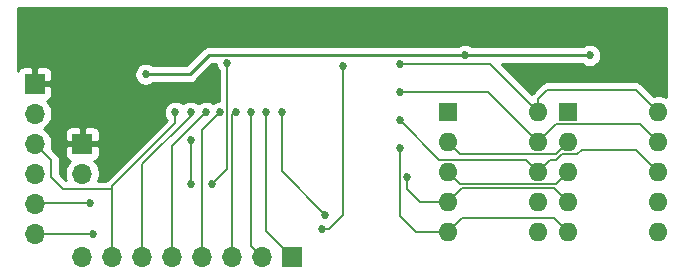
<source format=gbr>
%TF.GenerationSoftware,KiCad,Pcbnew,5.1.9-73d0e3b20d~88~ubuntu20.04.1*%
%TF.CreationDate,2021-03-07T16:38:01-05:00*%
%TF.ProjectId,hexdisplay8,68657864-6973-4706-9c61-79382e6b6963,rev?*%
%TF.SameCoordinates,Original*%
%TF.FileFunction,Copper,L2,Bot*%
%TF.FilePolarity,Positive*%
%FSLAX46Y46*%
G04 Gerber Fmt 4.6, Leading zero omitted, Abs format (unit mm)*
G04 Created by KiCad (PCBNEW 5.1.9-73d0e3b20d~88~ubuntu20.04.1) date 2021-03-07 16:38:01*
%MOMM*%
%LPD*%
G01*
G04 APERTURE LIST*
%TA.AperFunction,ComponentPad*%
%ADD10O,1.600000X1.600000*%
%TD*%
%TA.AperFunction,ComponentPad*%
%ADD11R,1.600000X1.600000*%
%TD*%
%TA.AperFunction,ComponentPad*%
%ADD12R,1.700000X1.700000*%
%TD*%
%TA.AperFunction,ComponentPad*%
%ADD13O,1.700000X1.700000*%
%TD*%
%TA.AperFunction,ViaPad*%
%ADD14C,0.685800*%
%TD*%
%TA.AperFunction,Conductor*%
%ADD15C,0.254000*%
%TD*%
%TA.AperFunction,Conductor*%
%ADD16C,0.152400*%
%TD*%
%TA.AperFunction,Conductor*%
%ADD17C,0.100000*%
%TD*%
G04 APERTURE END LIST*
D10*
%TO.P,J1,10*%
%TO.N,/A*%
X180820000Y-107700000D03*
%TO.P,J1,5*%
%TO.N,/D*%
X173200000Y-117860000D03*
%TO.P,J1,9*%
%TO.N,/B*%
X180820000Y-110240000D03*
%TO.P,J1,4*%
%TO.N,/E*%
X173200000Y-115320000D03*
%TO.P,J1,8*%
%TO.N,/C*%
X180820000Y-112780000D03*
%TO.P,J1,3*%
%TO.N,/G*%
X173200000Y-112780000D03*
%TO.P,J1,7*%
%TO.N,Net-(J1-Pad7)*%
X180820000Y-115320000D03*
%TO.P,J1,2*%
%TO.N,/F*%
X173200000Y-110240000D03*
%TO.P,J1,6*%
%TO.N,/CA2*%
X180820000Y-117860000D03*
D11*
%TO.P,J1,1*%
X173200000Y-107700000D03*
%TD*%
%TO.P,J2,1*%
%TO.N,/CA1*%
X183360000Y-107700000D03*
D10*
%TO.P,J2,6*%
X190980000Y-117860000D03*
%TO.P,J2,2*%
%TO.N,/F*%
X183360000Y-110240000D03*
%TO.P,J2,7*%
%TO.N,Net-(J2-Pad7)*%
X190980000Y-115320000D03*
%TO.P,J2,3*%
%TO.N,/G*%
X183360000Y-112780000D03*
%TO.P,J2,8*%
%TO.N,/C*%
X190980000Y-112780000D03*
%TO.P,J2,4*%
%TO.N,/E*%
X183360000Y-115320000D03*
%TO.P,J2,9*%
%TO.N,/B*%
X190980000Y-110240000D03*
%TO.P,J2,5*%
%TO.N,/D*%
X183360000Y-117860000D03*
%TO.P,J2,10*%
%TO.N,/A*%
X190980000Y-107700000D03*
%TD*%
D12*
%TO.P,J3,1*%
%TO.N,GND*%
X142220000Y-110360000D03*
D13*
%TO.P,J3,2*%
%TO.N,VCC*%
X142220000Y-112900000D03*
%TD*%
D12*
%TO.P,J4,1*%
%TO.N,/D0*%
X160000000Y-120000000D03*
D13*
%TO.P,J4,2*%
%TO.N,/D1*%
X157460000Y-120000000D03*
%TO.P,J4,3*%
%TO.N,/D2*%
X154920000Y-120000000D03*
%TO.P,J4,4*%
%TO.N,/D3*%
X152380000Y-120000000D03*
%TO.P,J4,5*%
%TO.N,/D4*%
X149840000Y-120000000D03*
%TO.P,J4,6*%
%TO.N,/D5*%
X147300000Y-120000000D03*
%TO.P,J4,7*%
%TO.N,/D6*%
X144760000Y-120000000D03*
%TO.P,J4,8*%
%TO.N,/D7*%
X142220000Y-120000000D03*
%TD*%
D12*
%TO.P,J5,1*%
%TO.N,GND*%
X138200000Y-105280000D03*
D13*
%TO.P,J5,2*%
%TO.N,VCC*%
X138200000Y-107820000D03*
%TO.P,J5,3*%
%TO.N,/D6*%
X138200000Y-110360000D03*
%TO.P,J5,4*%
%TO.N,/D7*%
X138200000Y-112900000D03*
%TO.P,J5,5*%
%TO.N,/~RESET*%
X138200000Y-115440000D03*
%TO.P,J5,6*%
%TO.N,/D5*%
X138200000Y-117980000D03*
%TD*%
D14*
%TO.N,GND*%
X143700000Y-110400000D03*
X144400000Y-105300000D03*
X145804112Y-111204112D03*
%TO.N,/A*%
X169100000Y-103600000D03*
%TO.N,/D*%
X169100000Y-110700000D03*
%TO.N,/B*%
X169100000Y-106000000D03*
%TO.N,/E*%
X169700000Y-113200000D03*
%TO.N,/C*%
X169100000Y-108400000D03*
%TO.N,/D0*%
X157800000Y-107700000D03*
%TO.N,/D1*%
X156500000Y-107700000D03*
%TO.N,/D2*%
X155200000Y-107700000D03*
%TO.N,/D3*%
X153900000Y-107700000D03*
%TO.N,/D4*%
X152700000Y-107700000D03*
%TO.N,/D5*%
X151400000Y-107700000D03*
X143100000Y-118000000D03*
%TO.N,/D6*%
X150100000Y-107700000D03*
%TO.N,/~RESET*%
X142900000Y-115400000D03*
%TO.N,Net-(R1-Pad2)*%
X162500000Y-117600000D03*
X164300000Y-103800000D03*
%TO.N,Net-(R7-Pad2)*%
X162800000Y-116400000D03*
X159100000Y-107700000D03*
%TO.N,Net-(R8-Pad2)*%
X151400000Y-113800000D03*
X151400000Y-110100000D03*
%TO.N,Net-(R9-Pad2)*%
X153200000Y-113800000D03*
X154500000Y-103500000D03*
%TO.N,VCC*%
X147600000Y-104500000D03*
X185200000Y-102900000D03*
X174622301Y-102877699D03*
%TD*%
D15*
%TO.N,GND*%
X143700000Y-110400000D02*
X144400000Y-109700000D01*
X144400000Y-109700000D02*
X144400000Y-105300000D01*
X145804112Y-111204112D02*
X145000000Y-110400000D01*
X145000000Y-110400000D02*
X143700000Y-110400000D01*
D16*
%TO.N,/A*%
X180820000Y-107700000D02*
X180820000Y-106580000D01*
X180820000Y-106580000D02*
X181600000Y-105800000D01*
X189080000Y-105800000D02*
X190980000Y-107700000D01*
X181600000Y-105800000D02*
X189080000Y-105800000D01*
X177400000Y-104280000D02*
X180820000Y-107700000D01*
X177400000Y-104280000D02*
X177380000Y-104280000D01*
X176700000Y-103600000D02*
X169100000Y-103600000D01*
X177380000Y-104280000D02*
X176700000Y-103600000D01*
%TO.N,/D*%
X173200000Y-117860000D02*
X174360000Y-116700000D01*
X182200000Y-116700000D02*
X183360000Y-117860000D01*
X174360000Y-116700000D02*
X182200000Y-116700000D01*
X169100000Y-116500000D02*
X170460000Y-117860000D01*
X170460000Y-117860000D02*
X173200000Y-117860000D01*
X169100000Y-110700000D02*
X169100000Y-116500000D01*
%TO.N,/B*%
X176580000Y-106000000D02*
X180820000Y-110240000D01*
X169100000Y-106000000D02*
X176580000Y-106000000D01*
X189468601Y-108728601D02*
X190980000Y-110240000D01*
X182331399Y-108728601D02*
X189468601Y-108728601D01*
X180820000Y-110240000D02*
X182331399Y-108728601D01*
%TO.N,/E*%
X182153411Y-114113411D02*
X183360000Y-115320000D01*
X174406589Y-114113411D02*
X182153411Y-114113411D01*
X173200000Y-115320000D02*
X174406589Y-114113411D01*
X169700000Y-113200000D02*
X169700000Y-114200000D01*
X170820000Y-115320000D02*
X173200000Y-115320000D01*
X169700000Y-114200000D02*
X170820000Y-115320000D01*
%TO.N,/C*%
X181848601Y-111751399D02*
X182348601Y-111751399D01*
X180820000Y-112780000D02*
X181848601Y-111751399D01*
X182848835Y-111251165D02*
X182866271Y-111268601D01*
X182348601Y-111751399D02*
X182848835Y-111251165D01*
X182866271Y-111268601D02*
X184131399Y-111268601D01*
X184131399Y-111268601D02*
X184500000Y-110900000D01*
X189100000Y-110900000D02*
X190980000Y-112780000D01*
X184500000Y-110900000D02*
X189100000Y-110900000D01*
X172451399Y-111751399D02*
X169100000Y-108400000D01*
X179791399Y-111751399D02*
X172451399Y-111751399D01*
X180820000Y-112780000D02*
X179791399Y-111751399D01*
%TO.N,/G*%
X174228601Y-113808601D02*
X173200000Y-112780000D01*
X182331399Y-113808601D02*
X174228601Y-113808601D01*
X183360000Y-112780000D02*
X182331399Y-113808601D01*
%TO.N,/F*%
X182331399Y-111268601D02*
X183360000Y-110240000D01*
X174228601Y-111268601D02*
X182331399Y-111268601D01*
X173200000Y-110240000D02*
X174228601Y-111268601D01*
%TO.N,/D0*%
X157800000Y-117800000D02*
X160000000Y-120000000D01*
X157800000Y-107700000D02*
X157800000Y-117800000D01*
%TO.N,/D1*%
X156500000Y-119040000D02*
X157460000Y-120000000D01*
X156500000Y-107700000D02*
X156500000Y-119040000D01*
%TO.N,/D2*%
X155200000Y-107700000D02*
X155100000Y-107700000D01*
X155100000Y-107700000D02*
X154900000Y-107900000D01*
X154900000Y-119980000D02*
X154920000Y-120000000D01*
X154900000Y-107900000D02*
X154900000Y-119980000D01*
%TO.N,/D3*%
X152380000Y-109220000D02*
X152380000Y-120000000D01*
X153900000Y-107700000D02*
X152380000Y-109220000D01*
%TO.N,/D4*%
X149840000Y-110560000D02*
X149840000Y-120000000D01*
X152700000Y-107700000D02*
X149840000Y-110560000D01*
%TO.N,/D5*%
X151400000Y-107700000D02*
X151400000Y-108000000D01*
X151400000Y-108000000D02*
X147300000Y-112100000D01*
X147300000Y-112100000D02*
X147300000Y-120000000D01*
X138220000Y-118000000D02*
X138200000Y-117980000D01*
X143100000Y-118000000D02*
X138220000Y-118000000D01*
%TO.N,/D6*%
X150100000Y-107700000D02*
X150100000Y-108600000D01*
X150100000Y-108600000D02*
X144760000Y-113940000D01*
X138200000Y-110360000D02*
X138200000Y-110476330D01*
X144720000Y-114200000D02*
X144760000Y-114240000D01*
X144760000Y-114240000D02*
X144760000Y-120000000D01*
X144760000Y-113940000D02*
X144760000Y-114240000D01*
X138200000Y-110360000D02*
X139600000Y-111760000D01*
X139600000Y-111760000D02*
X139600000Y-113200000D01*
X140600000Y-114200000D02*
X142000000Y-114200000D01*
X139600000Y-113200000D02*
X140600000Y-114200000D01*
X142000000Y-114200000D02*
X144720000Y-114200000D01*
X141923670Y-114200000D02*
X142000000Y-114200000D01*
%TO.N,/~RESET*%
X138240000Y-115400000D02*
X138200000Y-115440000D01*
X142900000Y-115400000D02*
X138240000Y-115400000D01*
%TO.N,Net-(R1-Pad2)*%
X162500000Y-117600000D02*
X163100000Y-117600000D01*
X163100000Y-117600000D02*
X164300000Y-116400000D01*
X164300000Y-116400000D02*
X164300000Y-103800000D01*
%TO.N,Net-(R7-Pad2)*%
X162800000Y-116400000D02*
X159100000Y-112700000D01*
X159100000Y-112700000D02*
X159100000Y-107700000D01*
%TO.N,Net-(R8-Pad2)*%
X151400000Y-113800000D02*
X151400000Y-110100000D01*
%TO.N,Net-(R9-Pad2)*%
X154500000Y-112500000D02*
X154500000Y-103500000D01*
X153200000Y-113800000D02*
X154500000Y-112500000D01*
D15*
%TO.N,VCC*%
X147600000Y-104500000D02*
X151300000Y-104500000D01*
X185177699Y-102877699D02*
X185200000Y-102900000D01*
X151300000Y-104500000D02*
X152922301Y-102877699D01*
X174622301Y-102877699D02*
X185177699Y-102877699D01*
X152922301Y-102877699D02*
X174622301Y-102877699D01*
%TD*%
%TO.N,GND*%
X191640000Y-99867581D02*
X191640000Y-100232418D01*
X191640001Y-100232428D01*
X191640001Y-106420149D01*
X191398574Y-106320147D01*
X191121335Y-106265000D01*
X190838665Y-106265000D01*
X190598550Y-106312762D01*
X189607602Y-105321815D01*
X189585327Y-105294673D01*
X189477033Y-105205798D01*
X189353481Y-105139758D01*
X189219420Y-105099091D01*
X189114936Y-105088800D01*
X189114926Y-105088800D01*
X189080000Y-105085360D01*
X189045074Y-105088800D01*
X181634928Y-105088800D01*
X181600000Y-105085360D01*
X181565071Y-105088800D01*
X181565064Y-105088800D01*
X181460580Y-105099091D01*
X181326518Y-105139758D01*
X181202967Y-105205798D01*
X181121809Y-105272402D01*
X181121804Y-105272407D01*
X181094673Y-105294673D01*
X181072407Y-105321804D01*
X180341810Y-106052403D01*
X180314674Y-106074673D01*
X180292404Y-106101809D01*
X180292403Y-106101810D01*
X180263192Y-106137404D01*
X177927602Y-103801815D01*
X177905327Y-103774673D01*
X177797033Y-103685798D01*
X177785333Y-103679544D01*
X177745488Y-103639699D01*
X184556739Y-103639699D01*
X184576625Y-103659585D01*
X184736790Y-103766604D01*
X184914757Y-103840320D01*
X185103685Y-103877900D01*
X185296315Y-103877900D01*
X185485243Y-103840320D01*
X185663210Y-103766604D01*
X185823375Y-103659585D01*
X185959585Y-103523375D01*
X186066604Y-103363210D01*
X186140320Y-103185243D01*
X186177900Y-102996315D01*
X186177900Y-102803685D01*
X186140320Y-102614757D01*
X186066604Y-102436790D01*
X185959585Y-102276625D01*
X185823375Y-102140415D01*
X185663210Y-102033396D01*
X185485243Y-101959680D01*
X185296315Y-101922100D01*
X185103685Y-101922100D01*
X184914757Y-101959680D01*
X184736790Y-102033396D01*
X184613615Y-102115699D01*
X175242062Y-102115699D01*
X175085511Y-102011095D01*
X174907544Y-101937379D01*
X174718616Y-101899799D01*
X174525986Y-101899799D01*
X174337058Y-101937379D01*
X174159091Y-102011095D01*
X174002540Y-102115699D01*
X152959723Y-102115699D01*
X152922300Y-102112013D01*
X152884877Y-102115699D01*
X152884875Y-102115699D01*
X152772923Y-102126725D01*
X152629286Y-102170297D01*
X152496909Y-102241054D01*
X152380879Y-102336277D01*
X152357022Y-102365347D01*
X150984370Y-103738000D01*
X148219761Y-103738000D01*
X148063210Y-103633396D01*
X147885243Y-103559680D01*
X147696315Y-103522100D01*
X147503685Y-103522100D01*
X147314757Y-103559680D01*
X147136790Y-103633396D01*
X146976625Y-103740415D01*
X146840415Y-103876625D01*
X146733396Y-104036790D01*
X146659680Y-104214757D01*
X146622100Y-104403685D01*
X146622100Y-104596315D01*
X146659680Y-104785243D01*
X146733396Y-104963210D01*
X146840415Y-105123375D01*
X146976625Y-105259585D01*
X147136790Y-105366604D01*
X147314757Y-105440320D01*
X147503685Y-105477900D01*
X147696315Y-105477900D01*
X147885243Y-105440320D01*
X148063210Y-105366604D01*
X148219761Y-105262000D01*
X151262577Y-105262000D01*
X151300000Y-105265686D01*
X151337423Y-105262000D01*
X151337426Y-105262000D01*
X151449378Y-105250974D01*
X151593015Y-105207402D01*
X151725392Y-105136645D01*
X151841422Y-105041422D01*
X151865284Y-105012346D01*
X153237932Y-103639699D01*
X153530730Y-103639699D01*
X153559680Y-103785243D01*
X153633396Y-103963210D01*
X153740415Y-104123375D01*
X153788801Y-104171761D01*
X153788801Y-106725061D01*
X153614757Y-106759680D01*
X153436790Y-106833396D01*
X153300000Y-106924796D01*
X153163210Y-106833396D01*
X152985243Y-106759680D01*
X152796315Y-106722100D01*
X152603685Y-106722100D01*
X152414757Y-106759680D01*
X152236790Y-106833396D01*
X152076625Y-106940415D01*
X152050000Y-106967040D01*
X152023375Y-106940415D01*
X151863210Y-106833396D01*
X151685243Y-106759680D01*
X151496315Y-106722100D01*
X151303685Y-106722100D01*
X151114757Y-106759680D01*
X150936790Y-106833396D01*
X150776625Y-106940415D01*
X150750000Y-106967040D01*
X150723375Y-106940415D01*
X150563210Y-106833396D01*
X150385243Y-106759680D01*
X150196315Y-106722100D01*
X150003685Y-106722100D01*
X149814757Y-106759680D01*
X149636790Y-106833396D01*
X149476625Y-106940415D01*
X149340415Y-107076625D01*
X149233396Y-107236790D01*
X149159680Y-107414757D01*
X149122100Y-107603685D01*
X149122100Y-107796315D01*
X149159680Y-107985243D01*
X149233396Y-108163210D01*
X149340415Y-108323375D01*
X149355626Y-108338586D01*
X144281811Y-113412402D01*
X144254673Y-113434674D01*
X144210253Y-113488800D01*
X143583463Y-113488800D01*
X143647932Y-113333158D01*
X143705000Y-113046260D01*
X143705000Y-112753740D01*
X143647932Y-112466842D01*
X143535990Y-112196589D01*
X143373475Y-111953368D01*
X143241620Y-111821513D01*
X143314180Y-111799502D01*
X143424494Y-111740537D01*
X143521185Y-111661185D01*
X143600537Y-111564494D01*
X143659502Y-111454180D01*
X143695812Y-111334482D01*
X143708072Y-111210000D01*
X143705000Y-110645750D01*
X143546250Y-110487000D01*
X142347000Y-110487000D01*
X142347000Y-110507000D01*
X142093000Y-110507000D01*
X142093000Y-110487000D01*
X140893750Y-110487000D01*
X140735000Y-110645750D01*
X140731928Y-111210000D01*
X140744188Y-111334482D01*
X140780498Y-111454180D01*
X140839463Y-111564494D01*
X140918815Y-111661185D01*
X141015506Y-111740537D01*
X141125820Y-111799502D01*
X141198380Y-111821513D01*
X141066525Y-111953368D01*
X140904010Y-112196589D01*
X140792068Y-112466842D01*
X140735000Y-112753740D01*
X140735000Y-113046260D01*
X140792068Y-113333158D01*
X140829630Y-113423842D01*
X140311200Y-112905413D01*
X140311200Y-111794926D01*
X140314640Y-111760000D01*
X140311200Y-111725074D01*
X140311200Y-111725064D01*
X140300909Y-111620580D01*
X140260242Y-111486519D01*
X140194202Y-111362967D01*
X140170825Y-111334482D01*
X140127597Y-111281809D01*
X140127593Y-111281805D01*
X140105326Y-111254673D01*
X140078195Y-111232407D01*
X139629759Y-110783972D01*
X139685000Y-110506260D01*
X139685000Y-110213740D01*
X139627932Y-109926842D01*
X139515990Y-109656589D01*
X139418043Y-109510000D01*
X140731928Y-109510000D01*
X140735000Y-110074250D01*
X140893750Y-110233000D01*
X142093000Y-110233000D01*
X142093000Y-109033750D01*
X142347000Y-109033750D01*
X142347000Y-110233000D01*
X143546250Y-110233000D01*
X143705000Y-110074250D01*
X143708072Y-109510000D01*
X143695812Y-109385518D01*
X143659502Y-109265820D01*
X143600537Y-109155506D01*
X143521185Y-109058815D01*
X143424494Y-108979463D01*
X143314180Y-108920498D01*
X143194482Y-108884188D01*
X143070000Y-108871928D01*
X142505750Y-108875000D01*
X142347000Y-109033750D01*
X142093000Y-109033750D01*
X141934250Y-108875000D01*
X141370000Y-108871928D01*
X141245518Y-108884188D01*
X141125820Y-108920498D01*
X141015506Y-108979463D01*
X140918815Y-109058815D01*
X140839463Y-109155506D01*
X140780498Y-109265820D01*
X140744188Y-109385518D01*
X140731928Y-109510000D01*
X139418043Y-109510000D01*
X139353475Y-109413368D01*
X139146632Y-109206525D01*
X138972240Y-109090000D01*
X139146632Y-108973475D01*
X139353475Y-108766632D01*
X139515990Y-108523411D01*
X139627932Y-108253158D01*
X139685000Y-107966260D01*
X139685000Y-107673740D01*
X139627932Y-107386842D01*
X139515990Y-107116589D01*
X139353475Y-106873368D01*
X139221620Y-106741513D01*
X139294180Y-106719502D01*
X139404494Y-106660537D01*
X139501185Y-106581185D01*
X139580537Y-106484494D01*
X139639502Y-106374180D01*
X139675812Y-106254482D01*
X139688072Y-106130000D01*
X139685000Y-105565750D01*
X139526250Y-105407000D01*
X138327000Y-105407000D01*
X138327000Y-105427000D01*
X138073000Y-105427000D01*
X138073000Y-105407000D01*
X138053000Y-105407000D01*
X138053000Y-105153000D01*
X138073000Y-105153000D01*
X138073000Y-103953750D01*
X138327000Y-103953750D01*
X138327000Y-105153000D01*
X139526250Y-105153000D01*
X139685000Y-104994250D01*
X139688072Y-104430000D01*
X139675812Y-104305518D01*
X139639502Y-104185820D01*
X139580537Y-104075506D01*
X139501185Y-103978815D01*
X139404494Y-103899463D01*
X139294180Y-103840498D01*
X139174482Y-103804188D01*
X139050000Y-103791928D01*
X138485750Y-103795000D01*
X138327000Y-103953750D01*
X138073000Y-103953750D01*
X137914250Y-103795000D01*
X137350000Y-103791928D01*
X137225518Y-103804188D01*
X137105820Y-103840498D01*
X136995506Y-103899463D01*
X136898815Y-103978815D01*
X136819463Y-104075506D01*
X136760498Y-104185820D01*
X136760000Y-104187462D01*
X136760000Y-98860000D01*
X191640001Y-98860000D01*
X191640000Y-99867581D01*
%TA.AperFunction,Conductor*%
D17*
G36*
X191640000Y-99867581D02*
G01*
X191640000Y-100232418D01*
X191640001Y-100232428D01*
X191640001Y-106420149D01*
X191398574Y-106320147D01*
X191121335Y-106265000D01*
X190838665Y-106265000D01*
X190598550Y-106312762D01*
X189607602Y-105321815D01*
X189585327Y-105294673D01*
X189477033Y-105205798D01*
X189353481Y-105139758D01*
X189219420Y-105099091D01*
X189114936Y-105088800D01*
X189114926Y-105088800D01*
X189080000Y-105085360D01*
X189045074Y-105088800D01*
X181634928Y-105088800D01*
X181600000Y-105085360D01*
X181565071Y-105088800D01*
X181565064Y-105088800D01*
X181460580Y-105099091D01*
X181326518Y-105139758D01*
X181202967Y-105205798D01*
X181121809Y-105272402D01*
X181121804Y-105272407D01*
X181094673Y-105294673D01*
X181072407Y-105321804D01*
X180341810Y-106052403D01*
X180314674Y-106074673D01*
X180292404Y-106101809D01*
X180292403Y-106101810D01*
X180263192Y-106137404D01*
X177927602Y-103801815D01*
X177905327Y-103774673D01*
X177797033Y-103685798D01*
X177785333Y-103679544D01*
X177745488Y-103639699D01*
X184556739Y-103639699D01*
X184576625Y-103659585D01*
X184736790Y-103766604D01*
X184914757Y-103840320D01*
X185103685Y-103877900D01*
X185296315Y-103877900D01*
X185485243Y-103840320D01*
X185663210Y-103766604D01*
X185823375Y-103659585D01*
X185959585Y-103523375D01*
X186066604Y-103363210D01*
X186140320Y-103185243D01*
X186177900Y-102996315D01*
X186177900Y-102803685D01*
X186140320Y-102614757D01*
X186066604Y-102436790D01*
X185959585Y-102276625D01*
X185823375Y-102140415D01*
X185663210Y-102033396D01*
X185485243Y-101959680D01*
X185296315Y-101922100D01*
X185103685Y-101922100D01*
X184914757Y-101959680D01*
X184736790Y-102033396D01*
X184613615Y-102115699D01*
X175242062Y-102115699D01*
X175085511Y-102011095D01*
X174907544Y-101937379D01*
X174718616Y-101899799D01*
X174525986Y-101899799D01*
X174337058Y-101937379D01*
X174159091Y-102011095D01*
X174002540Y-102115699D01*
X152959723Y-102115699D01*
X152922300Y-102112013D01*
X152884877Y-102115699D01*
X152884875Y-102115699D01*
X152772923Y-102126725D01*
X152629286Y-102170297D01*
X152496909Y-102241054D01*
X152380879Y-102336277D01*
X152357022Y-102365347D01*
X150984370Y-103738000D01*
X148219761Y-103738000D01*
X148063210Y-103633396D01*
X147885243Y-103559680D01*
X147696315Y-103522100D01*
X147503685Y-103522100D01*
X147314757Y-103559680D01*
X147136790Y-103633396D01*
X146976625Y-103740415D01*
X146840415Y-103876625D01*
X146733396Y-104036790D01*
X146659680Y-104214757D01*
X146622100Y-104403685D01*
X146622100Y-104596315D01*
X146659680Y-104785243D01*
X146733396Y-104963210D01*
X146840415Y-105123375D01*
X146976625Y-105259585D01*
X147136790Y-105366604D01*
X147314757Y-105440320D01*
X147503685Y-105477900D01*
X147696315Y-105477900D01*
X147885243Y-105440320D01*
X148063210Y-105366604D01*
X148219761Y-105262000D01*
X151262577Y-105262000D01*
X151300000Y-105265686D01*
X151337423Y-105262000D01*
X151337426Y-105262000D01*
X151449378Y-105250974D01*
X151593015Y-105207402D01*
X151725392Y-105136645D01*
X151841422Y-105041422D01*
X151865284Y-105012346D01*
X153237932Y-103639699D01*
X153530730Y-103639699D01*
X153559680Y-103785243D01*
X153633396Y-103963210D01*
X153740415Y-104123375D01*
X153788801Y-104171761D01*
X153788801Y-106725061D01*
X153614757Y-106759680D01*
X153436790Y-106833396D01*
X153300000Y-106924796D01*
X153163210Y-106833396D01*
X152985243Y-106759680D01*
X152796315Y-106722100D01*
X152603685Y-106722100D01*
X152414757Y-106759680D01*
X152236790Y-106833396D01*
X152076625Y-106940415D01*
X152050000Y-106967040D01*
X152023375Y-106940415D01*
X151863210Y-106833396D01*
X151685243Y-106759680D01*
X151496315Y-106722100D01*
X151303685Y-106722100D01*
X151114757Y-106759680D01*
X150936790Y-106833396D01*
X150776625Y-106940415D01*
X150750000Y-106967040D01*
X150723375Y-106940415D01*
X150563210Y-106833396D01*
X150385243Y-106759680D01*
X150196315Y-106722100D01*
X150003685Y-106722100D01*
X149814757Y-106759680D01*
X149636790Y-106833396D01*
X149476625Y-106940415D01*
X149340415Y-107076625D01*
X149233396Y-107236790D01*
X149159680Y-107414757D01*
X149122100Y-107603685D01*
X149122100Y-107796315D01*
X149159680Y-107985243D01*
X149233396Y-108163210D01*
X149340415Y-108323375D01*
X149355626Y-108338586D01*
X144281811Y-113412402D01*
X144254673Y-113434674D01*
X144210253Y-113488800D01*
X143583463Y-113488800D01*
X143647932Y-113333158D01*
X143705000Y-113046260D01*
X143705000Y-112753740D01*
X143647932Y-112466842D01*
X143535990Y-112196589D01*
X143373475Y-111953368D01*
X143241620Y-111821513D01*
X143314180Y-111799502D01*
X143424494Y-111740537D01*
X143521185Y-111661185D01*
X143600537Y-111564494D01*
X143659502Y-111454180D01*
X143695812Y-111334482D01*
X143708072Y-111210000D01*
X143705000Y-110645750D01*
X143546250Y-110487000D01*
X142347000Y-110487000D01*
X142347000Y-110507000D01*
X142093000Y-110507000D01*
X142093000Y-110487000D01*
X140893750Y-110487000D01*
X140735000Y-110645750D01*
X140731928Y-111210000D01*
X140744188Y-111334482D01*
X140780498Y-111454180D01*
X140839463Y-111564494D01*
X140918815Y-111661185D01*
X141015506Y-111740537D01*
X141125820Y-111799502D01*
X141198380Y-111821513D01*
X141066525Y-111953368D01*
X140904010Y-112196589D01*
X140792068Y-112466842D01*
X140735000Y-112753740D01*
X140735000Y-113046260D01*
X140792068Y-113333158D01*
X140829630Y-113423842D01*
X140311200Y-112905413D01*
X140311200Y-111794926D01*
X140314640Y-111760000D01*
X140311200Y-111725074D01*
X140311200Y-111725064D01*
X140300909Y-111620580D01*
X140260242Y-111486519D01*
X140194202Y-111362967D01*
X140170825Y-111334482D01*
X140127597Y-111281809D01*
X140127593Y-111281805D01*
X140105326Y-111254673D01*
X140078195Y-111232407D01*
X139629759Y-110783972D01*
X139685000Y-110506260D01*
X139685000Y-110213740D01*
X139627932Y-109926842D01*
X139515990Y-109656589D01*
X139418043Y-109510000D01*
X140731928Y-109510000D01*
X140735000Y-110074250D01*
X140893750Y-110233000D01*
X142093000Y-110233000D01*
X142093000Y-109033750D01*
X142347000Y-109033750D01*
X142347000Y-110233000D01*
X143546250Y-110233000D01*
X143705000Y-110074250D01*
X143708072Y-109510000D01*
X143695812Y-109385518D01*
X143659502Y-109265820D01*
X143600537Y-109155506D01*
X143521185Y-109058815D01*
X143424494Y-108979463D01*
X143314180Y-108920498D01*
X143194482Y-108884188D01*
X143070000Y-108871928D01*
X142505750Y-108875000D01*
X142347000Y-109033750D01*
X142093000Y-109033750D01*
X141934250Y-108875000D01*
X141370000Y-108871928D01*
X141245518Y-108884188D01*
X141125820Y-108920498D01*
X141015506Y-108979463D01*
X140918815Y-109058815D01*
X140839463Y-109155506D01*
X140780498Y-109265820D01*
X140744188Y-109385518D01*
X140731928Y-109510000D01*
X139418043Y-109510000D01*
X139353475Y-109413368D01*
X139146632Y-109206525D01*
X138972240Y-109090000D01*
X139146632Y-108973475D01*
X139353475Y-108766632D01*
X139515990Y-108523411D01*
X139627932Y-108253158D01*
X139685000Y-107966260D01*
X139685000Y-107673740D01*
X139627932Y-107386842D01*
X139515990Y-107116589D01*
X139353475Y-106873368D01*
X139221620Y-106741513D01*
X139294180Y-106719502D01*
X139404494Y-106660537D01*
X139501185Y-106581185D01*
X139580537Y-106484494D01*
X139639502Y-106374180D01*
X139675812Y-106254482D01*
X139688072Y-106130000D01*
X139685000Y-105565750D01*
X139526250Y-105407000D01*
X138327000Y-105407000D01*
X138327000Y-105427000D01*
X138073000Y-105427000D01*
X138073000Y-105407000D01*
X138053000Y-105407000D01*
X138053000Y-105153000D01*
X138073000Y-105153000D01*
X138073000Y-103953750D01*
X138327000Y-103953750D01*
X138327000Y-105153000D01*
X139526250Y-105153000D01*
X139685000Y-104994250D01*
X139688072Y-104430000D01*
X139675812Y-104305518D01*
X139639502Y-104185820D01*
X139580537Y-104075506D01*
X139501185Y-103978815D01*
X139404494Y-103899463D01*
X139294180Y-103840498D01*
X139174482Y-103804188D01*
X139050000Y-103791928D01*
X138485750Y-103795000D01*
X138327000Y-103953750D01*
X138073000Y-103953750D01*
X137914250Y-103795000D01*
X137350000Y-103791928D01*
X137225518Y-103804188D01*
X137105820Y-103840498D01*
X136995506Y-103899463D01*
X136898815Y-103978815D01*
X136819463Y-104075506D01*
X136760498Y-104185820D01*
X136760000Y-104187462D01*
X136760000Y-98860000D01*
X191640001Y-98860000D01*
X191640000Y-99867581D01*
G37*
%TD.AperFunction*%
%TD*%
M02*

</source>
